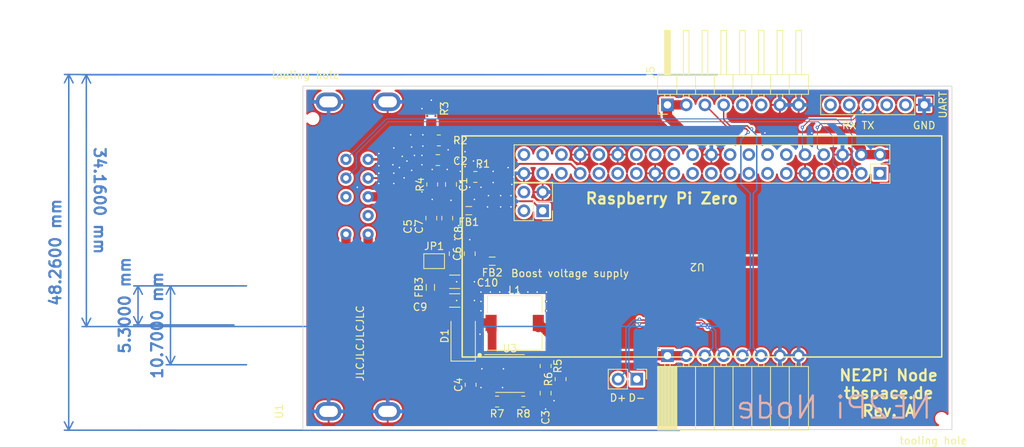
<source format=kicad_pcb>
(kicad_pcb (version 20211014) (generator pcbnew)
  (layers (0 "F.Cu" signal) (31 "B.Cu" signal) (34 "B.Paste" user) (35 "F.Paste" user) (36 "B.SilkS" user "B.Silkscreen") (37 "F.SilkS" user "F.Silkscreen") (38 "B.Mask" user) (39 "F.Mask" user) (44 "Edge.Cuts" user))
  (net 0 "")
  (net 29 "/RPI_COMPOSITE_OUT")
  (net 30 "GND")
  (net 31 "/RPI_D+")
  (net 32 "/RPI_D-")
  (net 33 "Net-(C1-Pad1)")
  (net 34 "/AUDIO_IN")
  (net 35 "/RPI_PWM1")
  (net 36 "Net-(C5-Pad1)")
  (net 37 "/RPI_SCL")
  (net 38 "+5V")
  (net 39 "/RPI_SDA")
  (net 40 "/FTDI_RXD")
  (net 41 "+28V")
  (net 42 "Net-(C4-Pad2)")
  (net 43 "/RPI_PASSTHRU_D+")
  (net 44 "Net-(C6-Pad1)")
  (net 45 "Net-(C10-Pad1)")
  (net 46 "Net-(D1-Pad2)")
  (net 47 "/FTDI_TXD")
  (net 48 "/RPI_PASSTHRU_D-")
  (net 49 "Net-(L1-Pad2)")
  (net 50 "Net-(R5-Pad1)")
  (net 54 "/SW_FEEDBACK")
  (net 57 "Net-(JP1-Pad2)")
  (net 58 "Net-(R2-Pad2)")
  (footprint "Capacitor_SMD:C_1206_3216Metric" (layer "F.Cu") (at 120.523 39.243)
    (fp_text reference "C10" (at 4.445 0.127) (layer "F.SilkS"))
    (fp_text value "1µF 50V")
    (pad "1" smd roundrect (at -1.475 0) (size 1.15 1.8) (layers "F.Cu" "F.Paste" "F.Mask") (roundrect_rratio 0.2173913043) (net 45 "Net-(C10-Pad1)"))
    (pad "2" smd roundrect (at 1.475 0) (size 1.15 1.8) (layers "F.Cu" "F.Paste" "F.Mask") (roundrect_rratio 0.2173913043) (net 30 "GND"))
  )
  (footprint "Resistor_SMD:R_0805_2012Metric" (layer "F.Cu") (at 134.874 52.451 90)
    (fp_text reference "R6" (at 0 -1.65 90) (layer "F.SilkS"))
    (fp_text value "2R")
    (pad "1" smd roundrect (at -0.9125 0 90) (size 1.025 1.4) (layers "F.Cu" "F.Paste" "F.Mask") (roundrect_rratio 0.243902439) (net 38 "+5V"))
    (pad "2" smd roundrect (at 0.9125 0 90) (size 1.025 1.4) (layers "F.Cu" "F.Paste" "F.Mask") (roundrect_rratio 0.243902439) (net 49 "Net-(L1-Pad2)"))
  )
  (footprint "Resistor_SMD:R_0805_2012Metric_Pad1.20x1.40mm_HandSolder" (layer "F.Cu") (at 117.348 16.764 -90)
    (fp_text reference "R3" (at -1.016 -1.778 90) (layer "F.SilkS"))
    (fp_text value "75R")
    (pad "1" smd roundrect (at -1 0 270) (size 1.2 1.4) (layers "F.Cu" "F.Paste" "F.Mask") (roundrect_rratio 0.2083333333) (net 30 "GND"))
    (pad "2" smd roundrect (at 1 0 270) (size 1.2 1.4) (layers "F.Cu" "F.Paste" "F.Mask") (roundrect_rratio 0.2083333333) (net 58 "Net-(R2-Pad2)"))
  )
  (footprint "Capacitor_SMD:C_0805_2012Metric_Pad1.18x1.45mm_HandSolder" (layer "F.Cu") (at 122.555 35.433 90)
    (fp_text reference "C6" (at 0 -1.68 90) (layer "F.SilkS"))
    (fp_text value "10µF 25V")
    (pad "1" smd roundrect (at -1.0375 0 90) (size 1.175 1.45) (layers "F.Cu" "F.Paste" "F.Mask") (roundrect_rratio 0.2127659574) (net 44 "Net-(C6-Pad1)"))
    (pad "2" smd roundrect (at 1.0375 0 90) (size 1.175 1.45) (layers "F.Cu" "F.Paste" "F.Mask") (roundrect_rratio 0.2127659574) (net 30 "GND"))
  )
  (footprint "ToolingHole:ToolingHole_JLCSMT" (layer "F.Cu") (at 101.3 17.1)
    (fp_text reference "H2" hide)
    (fp_text value "MountingHole")
    (fp_text user "tooling hole" (at -1 -5.9) (layer "F.SilkS"))
    (pad "" np_thru_hole circle locked (at 0 0) (size 1.152 1.152) (drill 1.152) (layers *.Cu *.Mask))
  )
  (footprint "Resistor_SMD:R_0805_2012Metric" (layer "F.Cu") (at 129.8175 55.499 180)
    (fp_text reference "R8" (at 0 -1.65) (layer "F.SilkS"))
    (fp_text value "2.7k")
    (pad "1" smd roundrect (at -0.9125 0 180) (size 1.025 1.4) (layers "F.Cu" "F.Paste" "F.Mask") (roundrect_rratio 0.243902439) (net 30 "GND"))
    (pad "2" smd roundrect (at 0.9125 0 180) (size 1.025 1.4) (layers "F.Cu" "F.Paste" "F.Mask") (roundrect_rratio 0.243902439) (net 54 "/SW_FEEDBACK"))
  )
  (footprint "Jumper:SolderJumper-2_P1.3mm_Bridged_Pad1.0x1.5mm" (layer "F.Cu") (at 117.729 36.449 180)
    (fp_text reference "JP1" (at 0 2.032) (layer "F.SilkS"))
    (fp_text value "Boost voltage supply" (at -18.415 -1.651) (layer "F.SilkS"))
    (fp_poly (pts (xy -0.25 -0.3) (xy 0.25 -0.3) (xy 0.25 0.3) (xy -0.25 0.3)) (layer "F.Cu") (width 0) (fill solid))
    (pad "1" smd rect (at -0.65 0 180) (size 1 1.5) (layers "F.Cu" "F.Mask") (net 44 "Net-(C6-Pad1)"))
    (pad "2" smd rect (at 0.65 0 180) (size 1 1.5) (layers "F.Cu" "F.Mask") (net 57 "Net-(JP1-Pad2)"))
  )
  (footprint "Inductor_SMD:L_7.3x7.3_H3.5" (layer "F.Cu") (at 128.651 44.831)
    (fp_text reference "L1" (at 0 -4.45) (layer "F.SilkS"))
    (fp_text value "470uH 240mA")
    (pad "1" smd rect (at -3.2 0) (size 1.5 2.2) (layers "F.Cu" "F.Paste" "F.Mask") (net 46 "Net-(D1-Pad2)"))
    (pad "2" smd rect (at 3.2 0) (size 1.5 2.2) (layers "F.Cu" "F.Paste" "F.Mask") (net 49 "Net-(L1-Pad2)"))
  )
  (footprint "Inductor_SMD:L_0805_2012Metric_Pad1.05x1.20mm_HandSolder" (layer "F.Cu") (at 122.428 29.591 180)
    (fp_text reference "FB1" (at 0 -1.55) (layer "F.SilkS"))
    (fp_text value "500mA 300mΩ")
    (pad "1" smd roundrect (at -1.15 0 180) (size 1.05 1.2) (layers "F.Cu" "F.Paste" "F.Mask") (roundrect_rratio 0.2380952381) (net 38 "+5V"))
    (pad "2" smd roundrect (at 1.15 0 180) (size 1.05 1.2) (layers "F.Cu" "F.Paste" "F.Mask") (roundrect_rratio 0.2380952381) (net 36 "Net-(C5-Pad1)"))
  )
  (footprint "Connector_PinHeader_2.54mm:PinHeader_1x02_P2.54mm_Vertical" (layer "F.Cu") (at 145.201 52.451 -90)
    (fp_text reference "TP1" hide)
    (fp_text value "USB OTG Pins")
    (pad "1" thru_hole rect (at 0 0 270) (size 1.7 1.7) (drill 1) (layers *.Cu *.Mask) (net 32 "/RPI_D-"))
    (pad "2" thru_hole oval (at 0 2.54 270) (size 1.7 1.7) (drill 1) (layers *.Cu *.Mask) (net 31 "/RPI_D+"))
  )
  (footprint "Resistor_SMD:R_0805_2012Metric" (layer "F.Cu") (at 122.682 53.213 90)
    (fp_text reference "C4" (at 0 -1.65 90) (layer "F.SilkS"))
    (fp_text value "680pF 50V")
    (pad "1" smd roundrect (at -0.9125 0 90) (size 1.025 1.4) (layers "F.Cu" "F.Paste" "F.Mask") (roundrect_rratio 0.243902439) (net 30 "GND"))
    (pad "2" smd roundrect (at 0.9125 0 90) (size 1.025 1.4) (layers "F.Cu" "F.Paste" "F.Mask") (roundrect_rratio 0.243902439) (net 42 "Net-(C4-Pad2)"))
  )
  (footprint "Connector_PinHeader_2.54mm:PinHeader_1x06_P2.54mm_Vertical" (layer "F.Cu") (at 184.15 15.24 -90)
    (fp_text reference "J3" hide)
    (fp_text value "FTDI_UART")
    (pad "1" thru_hole rect (at 0 0 270) (size 1.7 1.7) (drill 1) (layers *.Cu *.Mask) (net 30 "GND"))
    (pad "2" thru_hole oval (at 0 2.54 270) (size 1.7 1.7) (drill 1) (layers *.Cu *.Mask))
    (pad "3" thru_hole oval (at 0 5.08 270) (size 1.7 1.7) (drill 1) (layers *.Cu *.Mask))
    (pad "4" thru_hole oval (at 0 7.62 270) (size 1.7 1.7) (drill 1) (layers *.Cu *.Mask) (net 47 "/FTDI_TXD"))
    (pad "5" thru_hole oval (at 0 10.16 270) (size 1.7 1.7) (drill 1) (layers *.Cu *.Mask) (net 40 "/FTDI_RXD"))
    (pad "6" thru_hole oval (at 0 12.7 270) (size 1.7 1.7) (drill 1) (layers *.Cu *.Mask))
  )
  (footprint "Diode_SMD:D_SMA" (layer "F.Cu") (at 121.666 46.609 90)
    (fp_text reference "D1" (at 0 -2.5 90) (layer "F.SilkS"))
    (fp_text value "SS210")
    (pad "1" smd rect (at -2 0 90) (size 2.5 1.8) (layers "F.Cu" "F.Paste" "F.Mask") (net 45 "Net-(C10-Pad1)"))
    (pad "2" smd rect (at 2 0 90) (size 2.5 1.8) (layers "F.Cu" "F.Paste" "F.Mask") (net 46 "Net-(D1-Pad2)"))
  )
  (footprint "Capacitor_SMD:C_0805_2012Metric_Pad1.18x1.45mm_HandSolder" (layer "F.Cu") (at 120.523 35.433 90)
    (fp_text reference "C8" (at 2.794 0.508 90) (layer "F.SilkS"))
    (fp_text value "100nF 50V")
    (pad "1" smd roundrect (at -1.0375 0 90) (size 1.175 1.45) (layers "F.Cu" "F.Paste" "F.Mask") (roundrect_rratio 0.2127659574) (net 44 "Net-(C6-Pad1)"))
    (pad "2" smd roundrect (at 1.0375 0 90) (size 1.175 1.45) (layers "F.Cu" "F.Paste" "F.Mask") (roundrect_rratio 0.2127659574) (net 30 "GND"))
  )
  (footprint "Capacitor_SMD:C_0805_2012Metric_Pad1.18x1.45mm_HandSolder" (layer "F.Cu") (at 132.842 54.356 90)
    (fp_text reference "C3" (at -3.302 0 90) (layer "F.SilkS"))
    (fp_text value "10µF 25V")
    (pad "1" smd roundrect (at -1.0375 0 90) (size 1.175 1.45) (layers "F.Cu" "F.Paste" "F.Mask") (roundrect_rratio 0.2127659574) (net 30 "GND"))
    (pad "2" smd roundrect (at 1.0375 0 90) (size 1.175 1.45) (layers "F.Cu" "F.Paste" "F.Mask") (roundrect_rratio 0.2127659574) (net 38 "+5V"))
  )
  (footprint "ToolingHole:ToolingHole_JLCSMT" (layer "F.Cu") (at 186.5 57.8)
    (fp_text reference "H1" hide)
    (fp_text value "MountingHole")
    (fp_text user "tooling hole" (at -1.1 3) (layer "F.SilkS"))
    (pad "" np_thru_hole circle locked (at 0 0) (size 1.152 1.152) (drill 1.152) (layers *.Cu *.Mask))
  )
  (footprint "Capacitor_SMD:C_0805_2012Metric_Pad1.18x1.45mm_HandSolder" (layer "F.Cu") (at 120.015 26.035 -90)
    (fp_text reference "C1" (at 0 -1.68 90) (layer "F.SilkS"))
    (fp_text value "33nF")
    (pad "1" smd roundrect (at -1.0375 0 270) (size 1.175 1.45) (layers "F.Cu" "F.Paste" "F.Mask") (roundrect_rratio 0.2127659574) (net 33 "Net-(C1-Pad1)"))
    (pad "2" smd roundrect (at 1.0375 0 270) (size 1.175 1.45) (layers "F.Cu" "F.Paste" "F.Mask") (roundrect_rratio 0.2127659574) (net 30 "GND"))
  )
  (footprint "Inductor_SMD:L_0805_2012Metric_Pad1.05x1.20mm_HandSolder" (layer "F.Cu") (at 125.603 36.449 180)
    (fp_text reference "FB2" (at 0 -1.55) (layer "F.SilkS"))
    (fp_text value "500mA 300mΩ")
    (pad "1" smd roundrect (at -1.15 0 180) (size 1.05 1.2) (layers "F.Cu" "F.Paste" "F.Mask") (roundrect_rratio 0.2380952381) (net 38 "+5V"))
    (pad "2" smd roundrect (at 1.15 0 180) (size 1.05 1.2) (layers "F.Cu" "F.Paste" "F.Mask") (roundrect_rratio 0.2380952381) (net 44 "Net-(C6-Pad1)"))
  )
  (footprint "Resistor_SMD:R_0805_2012Metric_Pad1.20x1.40mm_HandSolder" (layer "F.Cu") (at 117.475 26.035 90)
    (fp_text reference "R4" (at 0 -1.65 90) (layer "F.SilkS"))
    (fp_text value "150R")
    (pad "1" smd roundrect (at -1 0 90) (size 1.2 1.4) (layers "F.Cu" "F.Paste" "F.Mask") (roundrect_rratio 0.2083333333) (net 30 "GND"))
    (pad "2" smd roundrect (at 1 0 90) (size 1.2 1.4) (layers "F.Cu" "F.Paste" "F.Mask") (roundrect_rratio 0.2083333333) (net 33 "Net-(C1-Pad1)"))
  )
  (footprint "RaspberryPiZero_Dummy:RaspberryPiZero_Dummy" (layer "F.Cu") (at 153.396 34.691 180)
    (fp_text reference "U2" (at 0 -2.54 180 unlocked) (layer "F.SilkS"))
    (fp_text value "RaspberryPi_Zero_Dummy")
  )
  (footprint "Connector_PinSocket_2.54mm:PinSocket_2x20_P2.54mm_Vertical" (layer "F.Cu") (at 178.161 24.531 -90)
    (fp_text reference "J1" hide)
    (fp_text value "Raspberry_Pi_Header")
    (pad "1" thru_hole rect (at 0 0 270) (size 1.7 1.7) (drill 1) (layers *.Cu *.Mask))
    (pad "2" thru_hole oval (at -2.54 0 270) (size 1.7 1.7) (drill 1) (layers *.Cu *.Mask) (net 38 "+5V"))
    (pad "3" thru_hole oval (at 0 2.54 270) (size 1.7 1.7) (drill 1) (layers *.Cu *.Mask) (net 39 "/RPI_SDA"))
    (pad "4" thru_hole oval (at -2.54 2.54 270) (size 1.7 1.7) (drill 1) (layers *.Cu *.Mask) (net 38 "+5V"))
    (pad "5" thru_hole oval (at 0 5.08 270) (size 1.7 1.7) (drill 1) (layers *.Cu *.Mask) (net 37 "/RPI_SCL"))
    (pad "6" thru_hole oval (at -2.54 5.08 270) (size 1.7 1.7) (drill 1) (layers *.Cu *.Mask) (net 30 "GND"))
    (pad "7" thru_hole oval (at 0 7.62 270) (size 1.7 1.7) (drill 1) (layers *.Cu *.Mask))
    (pad "8" thru_hole oval (at -2.54 7.62 270) (size 1.7 1.7) (drill 1) (layers *.Cu *.Mask) (net 40 "/FTDI_RXD"))
    (pad "9" thru_hole oval (at 0 10.16 270) (size 1.7 1.7) (drill 1) (layers *.Cu *.Mask) (net 30 "GND"))
    (pad "10" thru_hole oval (at -2.54 10.16 270) (size 1.7 1.7) (drill 1) (layers *.Cu *.Mask) (net 47 "/FTDI_TXD"))
    (pad "11" thru_hole oval (at 0 12.7 270) (size 1.7 1.7) (drill 1) (layers *.Cu *.Mask))
    (pad "12" thru_hole oval (at -2.54 12.7 270) (size 1.7 1.7) (drill 1) (layers *.Cu *.Mask))
    (pad "13" thru_hole oval (at 0 15.24 270) (size 1.7 1.7) (drill 1) (layers *.Cu *.Mask))
    (pad "14" thru_hole oval (at -2.54 15.24 270) (size 1.7 1.7) (drill 1) (layers *.Cu *.Mask))
    (pad "15" thru_hole oval (at 0 17.78 270) (size 1.7 1.7) (drill 1) (layers *.Cu *.Mask))
    (pad "16" thru_hole oval (at -2.54 17.78 270) (size 1.7 1.7) (drill 1) (layers *.Cu *.Mask))
    (pad "17" thru_hole oval (at 0 20.32 270) (size 1.7 1.7) (drill 1) (layers *.Cu *.Mask))
    (pad "18" thru_hole oval (at -2.54 20.32 270) (size 1.7 1.7) (drill 1) (layers *.Cu *.Mask))
    (pad "19" thru_hole oval (at 0 22.86 270) (size 1.7 1.7) (drill 1) (layers *.Cu *.Mask))
    (pad "20" thru_hole oval (at -2.54 22.86 270) (size 1.7 1.7) (drill 1) (layers *.Cu *.Mask) (net 30 "GND"))
    (pad "21" thru_hole oval (at 0 25.4 270) (size 1.7 1.7) (drill 1) (layers *.Cu *.Mask))
    (pad "22" thru_hole oval (at -2.54 25.4 270) (size 1.7 1.7) (drill 1) (layers *.Cu *.Mask))
    (pad "23" thru_hole oval (at 0 27.94 270) (size 1.7 1.7) (drill 1) (layers *.Cu *.Mask))
    (pad "24" thru_hole oval (at -2.54 27.94 270) (size 1.7 1.7) (drill 1) (layers *.Cu *.Mask))
    (pad "25" thru_hole oval (at 0 30.48 270) (size 1.7 1.7) (drill 1) (layers *.Cu *.Mask) (net 30 "GND"))
    (pad "26" thru_hole oval (at -2.54 30.48 270) (size 1.7 1.7) (drill 1) (layers *.Cu *.Mask))
    (pad "27" thru_hole oval (at 0 33.02 270) (size 1.7 1.7) (drill 1) (layers *.Cu *.Mask))
    (pad "28" thru_hole oval (at -2.54 33.02 270) (size 1.7 1.7) (drill 1) (layers *.Cu *.Mask))
    (pad "29" thru_hole oval (at 0 35.56 270) (size 1.7 1.7) (drill 1) (layers *.Cu *.Mask))
    (pad "30" thru_hole oval (at -2.54 35.56 270) (size 1.7 1.7) (drill 1) (layers *.Cu *.Mask) (net 30 "GND"))
    (pad "31" thru_hole oval (at 0 38.1 270) (size 1.7 1.7) (drill 1) (layers *.Cu *.Mask))
    (pad "32" thru_hole oval (at -2.54 38.1 270) (size 1.7 1.7) (drill 1) (layers *.Cu *.Mask))
    (pad "33" thru_hole oval (at 0 40.64 270) (size 1.7 1.7) (drill 1) (layers *.Cu *.Mask) (net 35 "/RPI_PWM1"))
    (pad "34" thru_hole oval (at -2.54 40.64 270) (size 1.7 1.7) (drill 1) (layers *.Cu *.Mask) (net 30 "GND"))
    (pad "35" thru_hole oval (at 0 43.18 270) (size 1.7 1.7) (drill 1) (layers *.Cu *.Mask))
    (pad "36" thru_hole oval (at -2.54 43.18 270) (size 1.7 1.7) (drill 1) (layers *.Cu *.Mask))
    (pad "37" thru_hole oval (at 0 45.72 270) (size 1.7 1.7) (drill 1) (layers *.Cu *.Mask))
    (pad "38" thru_hole oval (at -2.54 45.72 270) (size 1.7 1.7) (drill 1) (layers *.Cu *.Mask))
    (pad "39" thru_hole oval (at 0 48.26 270) (size 1.7 1.7) (drill 1) (layers *.Cu *.Mask) (net 30 "GND"))
    (pad "40" thru_hole oval (at -2.54 48.26 270) (size 1.7 1.7) (drill 1) (layers *.Cu *.Mask))
  )
  (footprint "Capacitor_SMD:C_0805_2012Metric_Pad1.18x1.45mm_HandSolder" (layer "F.Cu") (at 119.507 30.607 -90)
    (fp_text reference "C7" (at 1.143 3.81 90) (layer "F.SilkS"))
    (fp_text value "100nF 50V")
    (pad "1" smd roundrect (at -1.0375 0 270) (size 1.175 1.45) (layers "F.Cu" "F.Paste" "F.Mask") (roundrect_rratio 0.2127659574) (net 36 "Net-(C5-Pad1)"))
    (pad "2" smd roundrect (at 1.0375 0 270) (size 1.175 1.45) (layers "F.Cu" "F.Paste" "F.Mask") (roundrect_rratio 0.2127659574) (net 30 "GND"))
  )
  (footprint "Resistor_SMD:R_0805_2012Metric" (layer "F.Cu") (at 132.842 50.673 -90)
    (fp_text reference "R5" (at 0 -1.65 90) (layer "F.SilkS"))
    (fp_text value "180R")
    (pad "1" smd roundrect (at -0.9125 0 270) (size 1.025 1.4) (layers "F.Cu" "F.Paste" "F.Mask") (roundrect_rratio 0.243902439) (net 50 "Net-(R5-Pad1)"))
    (pad "2" smd roundrect (at 0.9125 0 270) (size 1.025 1.4) (layers "F.Cu" "F.Paste" "F.Mask") (roundrect_rratio 0.243902439) (net 49 "Net-(L1-Pad2)"))
  )
  (footprint "ALPS_MDLP3W104A:ALPS_MDLP3W104A" (layer "F.Cu") (at 107.53 36.83 90)
    (fp_text reference "U1" (at -20 -10.8 90 unlocked) (layer "F.SilkS"))
    (fp_text value "MDLP3W104A")
    (pad "1" thru_hole circle (at 14.2 1.25 90) (size 1.524 1.524) (drill 0.762) (layers *.Cu *.Mask) (net 58 "Net-(R2-Pad2)"))
    (pad "2" thru_hole circle (at 11.66 1.25 90) (size 1.524 1.524) (drill 0.762) (layers *.Cu *.Mask) (net 34 "/AUDIO_IN"))
    (pad "3" thru_hole circle (at 9.12 1.25 90) (size 1.524 1.524) (drill 0.762) (layers *.Cu *.Mask) (net 36 "Net-(C5-Pad1)"))
    (pad "4" thru_hole circle (at 6.58 1.25 90) (size 1.524 1.524) (drill 0.762) (layers *.Cu *.Mask))
    (pad "5" thru_hole circle (at 4.04 1.25 90) (size 1.524 1.524) (drill 0.762) (layers *.Cu *.Mask) (net 57 "Net-(JP1-Pad2)"))
    (pad "6" thru_hole circle (at 14.2 -1.75 90) (size 1.524 1.524) (drill 0.762) (layers *.Cu *.Mask) (net 39 "/RPI_SDA"))
    (pad "7" thru_hole circle (at 11.66 -1.75 90) (size 1.524 1.524) (drill 0.762) (layers *.Cu *.Mask) (net 37 "/RPI_SCL"))
    (pad "8" thru_hole circle (at 9.12 -1.75 90) (size 1.524 1.524) (drill 0.762) (layers *.Cu *.Mask))
    (pad "9" thru_hole circle (at 4.04 -1.75 90) (size 1.524 1.524) (drill 0.762) (layers *.Cu *.Mask) (net 41 "+28V"))
    (pad "10" thru_hole oval (at 22 3.9) (size 3.5 2.5) (drill oval 2.5 1.5) (layers *.Cu *.Mask) (net 30 "GND"))
    (pad "10" thru_hole oval (at -20 -4.1) (size 3.5 2.5) (drill oval 2.5 1.5) (layers *.Cu *.Mask) (net 30 "GND"))
    (pad "10" thru_hole oval (at 22 -4.1) (size 3.5 2.5) (drill oval 2.5 1.5) (layers *.Cu *.Mask) (net 30 "GND"))
    (pad "10" thru_hole oval (at -20 3.9) (size 3.5 2.5) (drill oval 2.5 1.5) (layers *.Cu *.Mask) (net 30 "GND"))
  )
  (footprint "Capacitor_SMD:C_0805_2012Metric_Pad1.18x1.45mm_HandSolder" (layer "F.Cu") (at 118.237 22.733 180)
    (fp_text reference "C2" (at -3.048 -0.127) (layer "F.SilkS"))
    (fp_text value "10µF")
    (pad "1" smd roundrect (at -1.0375 0 180) (size 1.175 1.45) (layers "F.Cu" "F.Paste" "F.Mask") (roundrect_rratio 0.2127659574) (net 33 "Net-(C1-Pad1)"))
    (pad "2" smd roundrect (at 1.0375 0 180) (size 1.175 1.45) (layers "F.Cu" "F.Paste" "F.Mask") (roundrect_rratio 0.2127659574) (net 34 "/AUDIO_IN"))
  )
  (footprint "Resistor_SMD:R_0805_2012Metric_Pad1.20x1.40mm_HandSolder" (layer "F.Cu") (at 123.317 25.019 180)
    (fp_text reference "R1" (at -1.016 1.778) (layer "F.SilkS"))
    (fp_text value "270R")
    (pad "1" smd roundrect (at -1 0 180) (size 1.2 1.4) (layers "F.Cu" "F.Paste" "F.Mask") (roundrect_rratio 0.2083333333) (net 35 "/RPI_PWM1"))
    (pad "2" smd roundrect (at 1 0 180) (size 1.2 1.4) (layers "F.Cu" "F.Paste" "F.Mask") (roundrect_rratio 0.2083333333) (net 33 "Net-(C1-Pad1)"))
  )
  (footprint "Connector_PinHeader_2.54mm:PinHeader_1x08_P2.54mm_Horizontal" (layer "F.Cu") (at 149.352 15.24 90)
    (fp_text reference "J5" (at 4.385 -2.27 90) (layer "F.SilkS"))
    (fp_text value "Backplane Passthru")
    (pad "1" thru_hole rect (at 0 0 90) (size 1.7 1.7) (drill 1) (layers *.Cu *.Mask) (net 38 "+5V"))
    (pad "2" thru_hole oval (at 0 2.54 90) (size 1.7 1.7) (drill 1) (layers *.Cu *.Mask) (net 38 "+5V"))
    (pad "3" thru_hole oval (at 0 5.08 90) (size 1.7 1.7) (drill 1) (layers *.Cu *.Mask) (net 43 "/RPI_PASSTHRU_D+"))
    (pad "4" thru_hole oval (at 0 7.62 90) (size 1.7 1.7) (drill 1) (layers *.Cu *.Mask) (net 48 "/RPI_PASSTHRU_D-"))
    (pad "5" thru_hole oval (at 0 10.16 90) (size 1.7 1.7) (drill 1) (layers *.Cu *.Mask))
    (pad "6" thru_hole oval (at 0 12.7 90) (size 1.7 1.7) (drill 1) (layers *.Cu *.Mask))
    (pad "7" thru_hole oval (at 0 15.24 90) (size 1.7 1.7) (drill 1) (layers *.Cu *.Mask) (net 30 "GND"))
    (pad "8" thru_hole oval (at 0 17.78 90) (size 1.7 1.7) (drill 1) (layers *.Cu *.Mask) (net 30 "GND"))
  )
  (footprint "Capacitor_SMD:C_0805_2012Metric_Pad1.18x1.45mm_HandSolder" (layer "F.Cu") (at 117.348 30.607 -90)
    (fp_text reference "C5" (at 1.143 3.175 90) (layer "F.SilkS"))
    (fp_text value "10µF 25V")
    (pad "1" smd roundrect (at -1.0375 0 270) (size 1.175 1.45) (layers "F.Cu" "F.Paste" "F.Mask") (roundrect_rratio 0.2127659574) (net 36 "Net-(C5-Pad1)"))
    (pad "2" smd roundrect (at 1.0375 0 270) (size 1.175 1.45) (layers "F.Cu" "F.Paste" "F.Mask") (roundrect_rratio 0.2127659574) (net 30 "GND"))
  )
  (footprint "Connector_PinSocket_2.54mm:PinSocket_1x08_P2.54mm_Horizontal" (layer "F.Cu") (at 149.352 49.276 90)
    (fp_text reference "J4" hide)
    (fp_text value "Backplane Bottom")
    (pad "1" thru_hole rect (at 0 0 90) (size 1.7 1.7) (drill 1) (layers *.Cu *.Mask) (net 38 "+5V"))
    (pad "2" thru_hole oval (at 0 2.54 90) (size 1.7 1.7) (drill 1) (layers *.Cu *.Mask) (net 38 "+5V"))
    (pad "3" thru_hole oval (at 0 5.08 90) (size 1.7 1.7) (drill 1) (layers *.Cu *.Mask) (net 31 "/RPI_D+"))
    (pad "4" thru_hole oval (at 0 7.62 90) (size 1.7 1.7) (drill 1) (layers *.Cu *.Mask) (net 32 "/RPI_D-"))
    (pad "5" thru_hole oval (at 0 10.16 90) (size 1.7 1.7) (drill 1) (layers *.Cu *.Mask) (net 43 "/RPI_PASSTHRU_D+"))
    (pad "6" thru_hole oval (at 0 12.7 90) (size 1.7 1.7) (drill 1) (layers *.Cu *.Mask) (net 48 "/RPI_PASSTHRU_D-"))
    (pad "7" thru_hole oval (at 0 15.24 90) (size 1.7 1.7) (drill 1) (layers *.Cu *.Mask) (net 30 "GND"))
    (pad "8" thru_hole oval (at 0 17.78 90) (size 1.7 1.7) (drill 1) (layers *.Cu *.Mask) (net 30 "GND"))
  )
  (footprint "Connector_PinSocket_2.54mm:PinSocket_2x02_P2.54mm_Vertical" (layer "F.Cu") (at 132.441 29.611 -90)
    (fp_text reference "J2" hide)
    (fp_text value "Raspberry_Pi_TV_Header")
    (pad "1" thru_hole rect (at 0 0 270) (size 1.7 1.7) (drill 1) (layers *.Cu *.Mask) (net 29 "/RPI_COMPOSITE_OUT"))
    (pad "2" thru_hole oval (at -2.54 0 270) (size 1.7 1.7) (drill 1) (layers *.Cu *.Mask) (net 30 "GND"))
    (pad "3" thru_hole oval (at 0 2.54 270) (size 1.7 1.7) (drill 1) (layers *.Cu *.Mask))
    (pad "4" thru_hole oval (at -2.54 2.54 270) (size 1.7 1.7) (drill 1) (layers *.Cu *.Mask))
  )
  (footprint "Inductor_SMD:L_0805_2012Metric_Pad1.05x1.20mm_HandSolder" (layer "F.Cu") (at 117.221 40.005 90)
    (fp_text reference "FB3" (at 0 -1.55 90) (layer "F.SilkS"))
    (fp_text value "500mA 300mΩ")
    (pad "1" smd roundrect (at -1.15 0 90) (size 1.05 1.2) (layers "F.Cu" "F.Paste" "F.Mask") (roundrect_rratio 0.2380952381) (net 45 "Net-(C10-Pad1)"))
    (pad "2" smd roundrect (at 1.15 0 90) (size 1.05 1.2) (layers "F.Cu" "F.Paste" "F.Mask") (roundrect_rratio 0.2380952381) (net 41 "+28V"))
  )
  (footprint "Package_SO:SOIC-8_3.9x4.9mm_P1.27mm" (layer "F.Cu") (at 128.016 51.689)
    (fp_text reference "U3" (at 0 -3.4) (layer "F.SilkS"))
    (fp_text value "MC34063AD")
    (pad "1" smd roundrect (at -2.475 -1.905) (size 1.95 0.6) (layers "F.Cu" "F.Paste" "F.Mask") (net 46 "Net-(D1-Pad2)"))
    (pad "2" smd roundrect (at -2.475 -0.635) (size 1.95 0.6) (layers "F.Cu" "F.Paste" "F.Mask") (net 30 "GND"))
    (pad "3" smd roundrect (at -2.475 0.635) (size 1.95 0.6) (layers "F.Cu" "F.Paste" "F.Mask") (net 42 "Net-(C4-Pad2)"))
    (pad "4" smd roundrect (at -2.475 1.905) (size 1.95 0.6) (layers "F.Cu" "F.Paste" "F.Mask") (net 30 "GND"))
    (pad "5" smd roundrect (at 2.475 1.905) (size 1.95 0.6) (layers "F.Cu" "F.Paste" "F.Mask") (net 54 "/SW_FEEDBACK"))
    (pad "6" smd roundrect (at 2.475 0.635) (size 1.95 0.6) (layers "F.Cu" "F.Paste" "F.Mask") (net 38 "+5V"))
    (pad "7" smd roundrect (at 2.475 -0.635) (size 1.95 0.6) (layers "F.Cu" "F.Paste" "F.Mask") (net 49 "Net-(L1-Pad2)"))
    (pad "8" smd roundrect (at 2.475 -1.905) (size 1.95 0.6) (layers "F.Cu" "F.Paste" "F.Mask") (net 50 "Net-(R5-Pad1)"))
  )
  (footprint "Resistor_SMD:R_0805_2012Metric_Pad1.20x1.40mm_HandSolder" (layer "F.Cu") (at 118.364 20.066 180)
    (fp_text reference "R2" (at -2.921 0) (layer "F.SilkS"))
    (fp_text value "75R")
    (pad "1" smd roundrect (at -1 0 180) (size 1.2 1.4) (layers "F.Cu" "F.Paste" "F.Mask") (roundrect_rratio 0.2083333333) (net 29 "/RPI_COMPOSITE_OUT"))
    (pad "2" smd roundrect (at 1 0 180) (size 1.2 1.4) (layers "F.Cu" "F.Paste" "F.Mask") (roundrect_rratio 0.2083333333) (net 58 "Net-(R2-Pad2)"))
  )
  (footprint "Capacitor_SMD:C_1206_3216Metric" (layer "F.Cu") (at 120.523 41.783)
    (fp_text reference "C9" (at -4.699 0.889) (layer "F.SilkS"))
    (fp_text value "1µF 50V")
    (pad "1" smd roundrect (at -1.475 0) (size 1.15 1.8) (layers "F.Cu" "F.Paste" "F.Mask") (roundrect_rratio 0.2173913043) (net 45 "Net-(C10-Pad1)"))
    (pad "2" smd roundrect (at 1.475 0) (size 1.15 1.8) (layers "F.Cu" "F.Paste" "F.Mask") (roundrect_rratio 0.2173913043) (net 30 "GND"))
  )
  (footprint "Resistor_SMD:R_0805_2012Metric" (layer "F.Cu") (at 126.2615 55.499 180)
    (fp_text reference "R7" (at 0 -1.65) (layer "F.SilkS"))
    (fp_text value "62k")
    (pad "1" smd roundrect (at -0.9125 0 180) (size 1.025 1.4) (layers "F.Cu" "F.Paste" "F.Mask") (roundrect_rratio 0.243902439) (net 54 "/SW_FEEDBACK"))
    (pad "2" smd roundrect (at 0.9125 0 180) (size 1.025 1.4) (layers "F.Cu" "F.Paste" "F.Mask") (roundrect_rratio 0.243902439) (net 45 "Net-(C10-Pad1)"))
  )
  (gr_rect (start 186.531 49.451) (end 121.531 19.451) (layer "F.SilkS") (width 0.2) (fill none))
  (gr_circle locked (center 123.9 49.2) (end 124.05 49.2) (layer "F.SilkS") (width 0.3) (fill solid))
  (gr_rect (start 99.9392 12.7) (end 187.9092 59.29) (layer "Edge.Cuts") (width 0.1) (fill none))
  (gr_text "NE2Pi Node" (at 185.4 56.3) (layer "B.SilkS") (effects (font (size 3 3) (thickness 0.3)) (justify left mirror)))
  (gr_text "D+" (at 142.661 54.991) (layer "F.SilkS") (effects (font (size 1 1))))
  (gr_text "Raspberry Pi Zero" (at 148.59 27.94) (layer "F.SilkS") (effects (font (size 1.5 1.5) (thickness 0.3))))
  (gr_text "JLCJLCJLCJLC" (at 107.7 47.6 90) (layer "F.SilkS") (effects (font (size 1 1))))
  (gr_text "D-" (at 145.201 54.991) (layer "F.SilkS") (effects (font (size 1 1))))
  (gr_text "RX" (at 173.99 18.034) (layer "F.SilkS") (effects (font (size 1 1))))
  (gr_text "UART" (at 186.69 15.24 90) (layer "F.SilkS") (effects (font (size 1 1))))
  (gr_text "TX" (at 176.53 18.034) (layer "F.SilkS") (effects (font (size 1 1))))
  (gr_text "GND" (at 184.15 18.034) (layer "F.SilkS") (effects (font (size 1 1))))
  (gr_text "NE2Pi Node\ntbspace.de\nRev. A" (at 179.324 54.356) (layer "F.SilkS") (effects (font (size 1.5 1.5) (thickness 0.3))))
  (dimension (type aligned) (layer "B.Cu") (pts (xy 156.592 11.14) (xy 156.6 45.3)) (height 86.000723) (gr_text "34.1600 mm" (at 72.395279 28.239719 270.0134182) (layer "B.Cu") (effects (font (size 1.5 1.5) (thickness 0.3)))) (format (units 3) (units_format 1) (precision 4)) (style (thickness 0.2) (arrow_length 1.27) (text_position_mode 0) (extension_height 0.58642) (extension_offset 0.5) keep_text_aligned))
  (dimension (type aligned) (layer "B.Cu") (pts (xy 91.1 39.8) (xy 91.1 45.1)) (height 13.5) (gr_text "5.3000 mm" (at 75.8 42.45 90) (layer "B.Cu") (effects (font (size 1.5 1.5) (thickness 0.3)))) (format (units 3) (units_format 1) (precision 4)) (style (thickness 0.2) (arrow_length 1.27) (text_position_mode 0) (extension_height 0.58642) (extension_offset 0.5) keep_text_aligned))
  (dimension (type aligned) (layer "B.Cu") (pts (xy 151.512 11.14) (xy 151.5 59.4)) (height 83.299897) (gr_text "48.2600 mm" (at 66.406106 35.248839 89.98575323) (layer "B.Cu") (effects (font (size 1.5 1.5) (thickness 0.3)))) (format (units 3) (units_format 1) (precision 4)) (style (thickness 0.2) (arrow_length 1.27) (text_position_mode 0) (extension_height 0.58642) (extension_offset 0.5) keep_text_aligned))
  (dimension (type aligned) (layer "B.Cu") (pts (xy 92.8 39.8) (xy 92.8 50.5)) (height 10.8) (gr_text "10.7000 mm" (at 80.2 45.15 90) (layer "B.Cu") (effects (font (size 1.5 1.5) (thickness 0.3)))) (format (units 3) (units_format 1) (precision 4)) (style (thickness 0.2) (arrow_length 1.27) (text_position_mode 0) (extension_height 0.58642) (extension_offset 0.5) keep_text_aligned))
  (segment (start 124.714 28.321) (end 123.317 26.924) (width 0.254) (layer "F.Cu") (net 29))
  (segment (start 123.317 24.003) (end 119.38 20.066) (width 0.254) (layer "F.Cu") (net 29))
  (segment (start 132.441 29.611) (end 132.354 29.611) (width 0.254) (layer "F.Cu") (net 29))
  (segment (start 123.317 26.924) (end 123.317 24.003) (width 0.254) (layer "F.Cu") (net 29))
  (segment (start 132.354 29.611) (end 131.064 28.321) (width 0.254) (layer "F.Cu") (net 29))
  (segment (start 119.38 20.066) (end 119.364 20.066) (width 0.254) (layer "F.Cu") (net 29))
  (segment (start 132.227 29.611) (end 132.441 29.611) (width 0.254) (layer "F.Cu") (net 29))
  (segment (start 131.064 28.321) (end 124.714 28.321) (width 0.254) (layer "F.Cu") (net 29))
  (segment (start 132.7365 55.499) (end 132.842 55.3935) (width 1.27) (layer "F.Cu") (net 30))
  (segment (start 130.73 55.499) (end 132.7365 55.499) (width 1.27) (layer "F.Cu") (net 30))
  (segment (start 124.079 53.594) (end 125.541 53.594) (width 1.27) (layer "F.Cu") (net 30))
  (segment (start 123.2135 53.594) (end 124.079 53.594) (width 1.27) (layer "F.Cu") (net 30))
  (segment (start 122.682 54.1255) (end 123.2135 53.594) (width 1.27) (layer "F.Cu") (net 30))
  (via (at 125.095 27.559) (size 0.45) (drill 0.2) (layers "F.Cu" "B.Cu") (net 30))
  (via (at 124.079 43.18) (size 0.45) (drill 0.2) (layers "F.Cu" "B.Cu") (net 30))
  (via (at 117.475 24.003) (size 0.45) (drill 0.2) (layers "F.Cu" "B.Cu") (net 30))
  (via (at 110.236 24.511) (size 0.45) (drill 0.2) (layers "F.Cu" "B.Cu") (net 30))
  (via (at 123.063 22.86) (size 0.45) (drill 0.2) (layers "F.Cu" "B.Cu") (net 30))
  (via (at 127.127 51.054) (size 0.45) (drill 0.2) (layers "F.Cu" "B.Cu") (net 30))
  (via (at 128.27 26.035) (size 0.45) (drill 0.2) (layers "F.Cu" "B.Cu") (net 30))
  (via (at 132.969 43.18) (size 0.45) (drill 0.2) (layers "F.Cu" "B.Cu") (net 30))
  (via (at 115.062 31.623) (size 0.45) (drill 0.2) (layers "F.Cu" "B.Cu") (net 30))
  (via (at 120.777 41.783) (size 0.45) (drill 0.2) (layers "F.Cu" "B.Cu") (net 30))
  (via (at 114.046 22.86) (size 0.45) (drill 0.2) (layers "F.Cu" "B.Cu") (net 30))
  (via (at 127.889 40.64) (size 0.45) (drill 0.2) (layers "F.Cu" "B.Cu") (net 30))
  (via (at 125.73 24.257) (size 0.45) (drill 0.2) (layers "F.Cu" "B.Cu") (net 30))
  (via (at 121.031 31.623) (size 0.45) (drill 0.2) (layers "F.Cu" "B.Cu") (net 30))
  (via (at 125.73 25.781) (size 0.45) (drill 0.2) (layers "F.Cu" "B.Cu") (net 30))
  (via (at 114.681 24.13) (size 0.45) (drill 0.2) (layers "F.Cu" "B.Cu") (net 30))
  (via (at 121.285 24.257) (size 0.45) (drill 0.2) (layers "F.Cu" "B.Cu") (net 30))
  (via (at 122.555 33.528) (size 0.45) (drill 0.2) (layers "F.Cu" "B.Cu") (net 30))
  (via (at 124.206 51.054) (size 0.45) (drill 0.2) (layers "F.Cu" "B.Cu") (net 30))
  (via (at 116.205 20.828) (size 0.45) (drill 0.2) (layers "F.Cu" "B.Cu") (net 30))
  (via (at 113.03 23.749) (size 0.45) (drill 0.2) (layers "F.Cu" "B.Cu") (net 30))
  (via (at 168.91 19.05) (size 0.45) (drill 0.2) (layers "F.Cu" "B.Cu") (net 30))
  (via (at 132.969 41.91) (size 0.45) (drill 0.2) (layers "F.Cu" "B.Cu") (net 30))
  (via (at 121.92 21.59) (size 0.45) (drill 0.2) (layers "F.Cu" "B.Cu") (net 30))
  (via (at 120.777 39.243) (size 0.45) (drill 0.2) (layers "F.Cu" "B.Cu") (net 30))
  (via (at 132.969 40.64) (size 0.45) (drill 0.2) (layers "F.Cu" "B.Cu") (net 30))
  (via (at 119.507 24.003) (size 0.45) (drill 0.2) (layers "F.Cu" "B.Cu") (net 30))
  (via (at 118.618 15.748) (size 0.45) (drill 0.2) (layers "F.Cu" "B.Cu") (net 30))
  (via (at 124.079 41.91) (size 0.45) (drill 0.2) (layers "F.Cu" "B.Cu") (net 30))
  (via (at 123.952 46.355) (size 0.45) (drill 0.2) (layers "F.Cu" "B.Cu") (net 30))
  (via (at 128.143 27.559) (size 0.45) (drill 0.2) (layers "F.Cu" "B.Cu") (net 30))
  (via (at 116.205 19.304) (size 0.45) (drill 0.2) (layers "F.Cu" "B.Cu") (net 30))
  (via (at 121.539 27.051) (size 0.45) (drill 0.2) (layers "F.Cu" "B.Cu") (net 30))
  (via (at 123.19 28.067) (size 0.45) (drill 0.2) (layers "F.Cu" "B.Cu") (net 30))
  (via (at 113.665 25.146) (size 0.45) (drill 0.2) (layers "F.Cu" "B.Cu") (net 30))
  (via (at 116.078 22.098) (size 0.45) (drill 0.2) (layers "F.Cu" "B.Cu") (net 30))
  (via (at 126.746 27.559) (size 0.45) (drill 0.2) (layers "F.Cu" "B.Cu") (net 30))
  (via (at 124.079 26.416) (size 0.45) (drill 0.2) (layers "F.Cu" "B.Cu") (net 30))
  (via (at 128.524 25.019) (size 0.45) (drill 0.2) (layers "F.Cu" "B.Cu") (net 30))
  (via (at 121.285 25.781) (size 0.45) (drill 0.2) (layers "F.Cu" "B.Cu") (net 30))
  (via (at 127 53.594) (size 0.45) (drill 0.2) (layers "F.Cu" "B.Cu") (net 30))
  (via (at 128.143 29.083) (size 0.45) (drill 0.2) (layers "F.Cu" "B.Cu") (net 30))
  (via (at 107.315 26.416) (size 0.45) (drill 0.2) (layers "F.Cu" "B.Cu") (net 30))
  (via (at 171.831 25.527) (size 0.45) (drill 0.2) (layers "F.Cu" "B.Cu") (net 30))
  (via (at 120.523 33.528) (size 0.45) (drill 0.2) (layers "F.Cu" "B.Cu") (net 30))
  (via (at 116.078 15.748) (size 0.45) (drill 0.2) (layers "F.Cu" "B.Cu") (net 30))
  (via (at 125.349 40.64) (size 0.45) (drill 0.2) (layers "F.Cu" "B.Cu") (net 30))
  (via (at 116.078 23.368) (size 0.45) (drill 0.2) (layers "F.Cu" "B.Cu") (net 30))
  (via (at 162.56 19.05) (size 0.45) (drill 0.2) (layers "F.Cu" "B.Cu") (net 30))
  (via (at 132.842 56.515) (size 0.45) (drill 0.2) (layers "F.Cu" "B.Cu") (net 30))
  (via (at 117.348 14.605) (size 0.45) (drill 0.2) (layers "F.Cu" "B.Cu") (net 30))
  (via (at 117.475 28.067) (size 0.45) (drill 0.2) (layers "F.Cu" "B.Cu") (net 30))
  (via (at 126.619 40.64) (size 0.45) (drill 0.2) (layers "F.Cu" "B.Cu") (net 30))
  (via (at 127.762 23.749) (size 0.45) (drill 0.2) (layers "F.Cu" "B.Cu") (net 30))
  (via (at 115.062 22.098) (size 0.45) (drill 0.2) (layers "F.Cu" "B.Cu") (net 30))
  (via (at 120.904 22.606) (size 0.45) (drill 0.2) (layers "F.Cu" "B.Cu") (net 30))
  (via (at 113.411 22.225) (size 0.45) (drill 0.2) (layers "F.Cu" "B.Cu") (net 30))
  (via (at 126.746 29.083) (size 0.45) (drill 0.2) (layers "F.Cu" "B.Cu") (net 30))
  (via (at 174.371 25.527) (size 0.45) (drill 0.2) (layers "F.Cu" "B.Cu") (net 30))
  (via (at 130.429 40.64) (size 0.45) (drill 0.2) (layers "F.Cu" "B.Cu") (net 30))
  (via (at 120.523 20.193) (size 0.45) (drill 0.2) (layers "F.Cu" "B.Cu") (net 30))
  (via (at 123.19 39.243) (size 0.45) (drill 0.2) (layers "F.Cu" "B.Cu") (net 30))
  (via (at 110.236 23.495) (size 0.45) (drill 0.2) (layers "F.Cu" "B.Cu") (net 30))
  (via (at 120.015 28.194) (size 0.45) (drill 0.2) (layers "F.Cu" "B.Cu") (net 30))
  (via (at 131.699 40.64) (size 0.45) (drill 0.2) (layers "F.Cu" "B.Cu") (net 30))
  (via (at 110.236 25.908) (size 0.45) (drill 0.2) (layers "F.Cu" "B.Cu") (net 30))
  (via (at 122.555 26.416) (size 0.45) (drill 0.2) (layers "F.Cu" "B.Cu") (net 30))
  (via (at 124.968 29.083) (size 0.45) (drill 0.2) (layers "F.Cu" "B.Cu") (net 30))
  (via (at 123.19 41.783) (size 0.45) (drill 0.2) (layers "F.Cu" "B.Cu") (net 30))
  (via (at 112.141 23.368) (size 0.45) (drill 0.2) (layers "F.Cu" "B.Cu") (net 30))
  (via (at 129.159 40.64) (size 0.45) (drill 0.2) (layers "F.Cu" "B.Cu") (net 30))
  (via (at 110.236 21.844) (size 0.45) (drill 0.2) (layers "F.Cu" "B.Cu") (net 30))
  (via (at 116.078 27.051) (size 0.45) (drill 0.2) (layers "F.Cu" "B.Cu") (net 30))
  (via (at 112.268 25.908) (size 0.45) (drill 0.2) (layers "F.Cu" "B.Cu") (net 30))
  (via (at 112.268 21.082) (size 0.45) (drill 0.2) (layers "F.Cu" "B.Cu") (net 30))
  (via (at 124.079 40.64) (size 0.45) (drill 0.2) (layers "F.Cu" "B.Cu") (net 30))
  (via (at 112.268 24.511) (size 0.45) (drill 0.2) (layers "F.Cu" "B.Cu") (net 30))
  (via (at 123.952 23.749) (size 0.45) (drill 0.2) (layers "F.Cu" "B.Cu") (net 30))
  (via (at 114.681 20.955) (size 0.45) (drill 0.2) (layers "F.Cu" "B.Cu") (net 30))
  (via (at 121.92 23.622) (size 0.45) (drill 0.2) (layers "F.Cu" "B.Cu") (net 30))
  (via (at 124.079 53.594) (size 0.45) (drill 0.2) (layers "F.Cu" "B.Cu") (net 30))
  (via (at 114.554 19.304) (size 0.45) (drill 0.2) (layers "F.Cu" "B.Cu") (net 30))
  (via (at 119.634 21.336) (size 0.45) (drill 0.2) (layers "F.Cu" "B.Cu") (net 30))
  (via (at 133.985 55.372) (size 0.45) (drill 0.2) (layers "F.Cu" "B.Cu") (net 30))
  (segment (start 154.762163 45.411097) (end 154.762163 45.165604) (width 0.194717) (layer "F.Cu") (net 31))
  (segment (start 154.036439 44.43988) (end 145.690207 44.43988) (width 0.194717) (layer "F.Cu") (net 31))
  (segment (start 145.690207 44.43988) (end 145.562566 44.312239) (width 0.194717) (layer "F.Cu") (net 31))
  (segment (start 154.762163 45.165604) (end 154.036439 44.43988) (width 0.194717) (layer "F.Cu") (net 31))
  (via (at 145.562566 44.312239) (size 0.45) (drill 0.2) (layers "F.Cu" "B.Cu") (net 31))
  (via (at 154.762163 45.411097) (size 0.45) (drill 0.2) (layers "F.Cu" "B.Cu") (net 31))
  (segment (start 143.733641 51.378359) (end 143.733641 45.471251) (width 0.194717) (layer "B.Cu") (net 31))
  (segment (start 143.733641 45.471251) (end 144.765012 44.43988) (width 0.194717) (layer "B.Cu") (net 31))
  (segment (start 154.432 49.276) (end 155.504641 48.203359) (width 0.194717) (layer "B.Cu") (net 31))
  (segment (start 154.762163 45.389837) (end 154.762163 45.411097) (width 0.194717) (layer "B.Cu") (net 31))
  (segment (start 142.661 52.451) (end 143.733641 51.378359) (width 0.194717) (layer "B.Cu") (net 31))
  (segment (start 155.504641 46.055749) (end 154.800446 45.351554) (width 0.194717) (layer "B.Cu") (net 31))
  (segment (start 144.765012 44.43988) (end 145.434925 44.43988) (width 0.194717) (layer "B.Cu") (net 31))
  (segment (start 145.434925 44.43988) (end 145.562566 44.312239) (width 0.194717) (layer "B.Cu") (net 31))
  (segment (start 155.504641 48.203359) (end 155.504641 46.055749) (width 0.194717) (layer "B.Cu") (net 31))
  (segment (start 154.800446 45.351554) (end 154.762163 45.389837) (width 0.194717) (layer "B.Cu") (net 31))
  (segment (start 153.796359 44.834598) (end 153.924 44.962239) (width 0.194717) (layer "F.Cu") (net 32))
  (segment (start 145.562566 44.962239) (end 145.690207 44.834598) (width 0.194717) (layer "F.Cu") (net 32))
  (segment (start 145.690207 44.834598) (end 153.796359 44.834598) (width 0.194717) (layer "F.Cu") (net 32))
  (via (at 153.924 44.962239) (size 0.45) (drill 0.2) (layers "F.Cu" "B.Cu") (net 32))
  (via (at 145.562566 44.962239) (size 0.45) (drill 0.2) (layers "F.Cu" "B.Cu") (net 32))
  (segment (start 144.128359 45.634749) (end 144.92851 44.834598) (width 0.194717) (layer "B.Cu") (net 32))
  (segment (start 155.899359 48.203359) (end 155.899359 45.892251) (width 0.194717) (layer "B.Cu") (net 32))
  (segment (start 144.128359 51.378359) (end 144.128359 45.634749) (width 0.194717) (layer "B.Cu") (net 32))
  (segment (start 156.972 49.276) (end 155.899359 48.203359) (width 0.194717) (layer "B.Cu") (net 32))
  (segment (start 144.92851 44.834598) (end 145.434925 44.834598) (width 0.194717) (layer "B.Cu") (net 32))
  (segment (start 155.899359 45.892251) (end 154.969347 44.962239) (width 0.194717) (layer "B.Cu") (net 32))
  (segment (start 145.434925 44.834598) (end 145.562566 44.962239) (width 0.194717) (layer "B.Cu") (net 32))
  (segment (start 145.201 52.451) (end 144.128359 51.378359) (width 0.194717) (layer "B.Cu") (net 32))
  (segment (start 154.969347 44.962239) (end 153.924 44.962239) (width 0.194717) (layer "B.Cu") (net 32))
  (segment (start 117.475 25.035) (end 119.2745 23.2355) (width 0.254) (layer "F.Cu") (net 33))
  (segment (start 117.475 25.035) (end 122.301 25.035) (width 0.254) (layer "F.Cu") (net 33))
  (segment (start 122.301 25.035) (end 122.317 25.019) (width 0.254) (layer "F.Cu") (net 33))
  (segment (start 119.2745 23.2355) (end 119.2745 22.733) (width 0.254) (layer "F.Cu") (net 33))
  (segment (start 112.625 25.17) (end 115.062 22.733) (width 0.254) (layer "F.Cu") (net 34))
  (segment (start 108.78 25.17) (end 112.625 25.17) (width 0.254) (layer "F.Cu") (net 34))
  (segment (start 115.062 22.733) (end 117.1995 22.733) (width 0.254) (layer "F.Cu") (net 34))
  (segment (start 127.508 25.019) (end 129.286 23.241) (width 0.254) (layer "F.Cu") (net 35))
  (segment (start 136.231 23.241) (end 137.521 24.531) (width 0.254) (layer "F.Cu") (net 35))
  (segment (start 124.317 25.019) (end 127.508 25.019) (width 0.254) (layer "F.Cu") (net 35))
  (segment (start 129.286 23.241) (end 136.231 23.241) (width 0.254) (layer "F.Cu") (net 35))
  (segment (start 112.522 29.591) (end 120.389 29.591) (width 1.27) (layer "F.Cu") (net 36))
  (segment (start 110.641 27.71) (end 112.522 29.591) (width 1.27) (layer "F.Cu") (net 36))
  (segment (start 108.78 27.71) (end 110.641 27.71) (width 1.27) (layer "F.Cu") (net 36))
  (segment (start 171.831 23.281) (end 171.831 19.558) (width 0.127) (layer "B.Cu") (net 37))
  (segment (start 173.081 24.531) (end 171.831 23.281) (width 0.127) (layer "B.Cu") (net 37))
  (segment (start 111.506 17.526) (end 107.188 21.844) (width 0.127) (layer "B.Cu") (net 37))
  (segment (start 169.799 17.526) (end 111.506 17.526) (width 0.127) (layer "B.Cu") (net 37))
  (segment (start 173.081 24.531) (end 171.918 23.368) (width 0.127) (layer "B.Cu") (net 37))
  (segment (start 107.188 23.762) (end 105.78 25.17) (width 0.127) (layer "B.Cu") (net 37))
  (segment (start 171.831 19.558) (end 169.799 17.526) (width 0.127) (layer "B.Cu") (net 37))
  (segment (start 107.188 21.844) (end 107.188 23.762) (width 0.127) (layer "B.Cu") (net 37))
  (segment (start 149.352 16.764) (end 152.624511 20.036511) (width 1.27) (layer "F.Cu") (net 38))
  (segment (start 178.435 36.449) (end 138.43 36.449) (width 1.27) (layer "F.Cu") (net 38))
  (segment (start 129.794 52.324) (end 130.491 52.324) (width 1) (layer "F.Cu") (net 38))
  (segment (start 138.43 48.006) (end 139.7 49.276) (width 1) (layer "F.Cu") (net 38))
  (segment (start 138.43 50.546) (end 138.43 52.324) (width 1) (layer "F.Cu") (net 38))
  (segment (start 151.892 49.276) (end 139.7 49.276) (width 1.27) (layer "F.Cu") (net 38))
  (segment (start 131.628414 52.324) (end 132.622914 53.3185) (width 1) (layer "F.Cu") (net 38))
  (segment (start 138.43 50.038) (end 138.43 50.546) (width 1) (layer "F.Cu") (net 38))
  (segment (start 149.352 15.24) (end 151.892 15.24) (width 1.27) (layer "F.Cu") (net 38))
  (segment (start 138.43 49.53) (end 138.43 50.038) (width 1) (layer "F.Cu") (net 38))
  (segment (start 135.001086 53.3635) (end 134.874 53.3635) (width 1) (layer "F.Cu") (net 38))
  (segment (start 134.829 53.3185) (end 134.874 53.3635) (width 1) (layer "F.Cu") (net 38))
  (segment (start 138.684 49.276) (end 138.43 49.53) (width 1) (layer "F.Cu") (net 38))
  (segment (start 138.43 52.324) (end 137.414 53.34) (width 1) (layer "F.Cu") (net 38))
  (segment (start 181.356 33.528) (end 178.435 36.449) (width 1.27) (layer "F.Cu") (net 38))
  (segment (start 139.7 49.276) (end 138.684 49.276) (width 1) (layer "F.Cu") (net 38))
  (segment (start 138.43 36.449) (end 138.43 48.006) (width 1) (layer "F.Cu") (net 38))
  (segment (start 138.43 36.449) (end 126.753 36.449) (width 1.27) (layer "F.Cu") (net 38))
  (segment (start 138.938 50.038) (end 138.43 50.038) (width 1) (layer "F.Cu") (net 38))
  (segment (start 175.621 21.991) (end 181.249 21.991) (width 1.27) (layer "F.Cu") (net 38))
  (segment (start 132.622914 53.3185) (end 132.842 53.3185) (width 1) (layer "F.Cu") (net 38))
  (segment (start 123.578 29.591) (end 123.578 29.852) (width 1.27) (layer "F.Cu") (net 38))
  (segment (start 132.842 53.3185) (end 134.829 53.3185) (width 1) (layer "F.Cu") (net 38))
  (segment (start 126.753 33.027) (end 126.753 36.449) (width 1.27) (layer "F.Cu") (net 38))
  (segment (start 152.624511 20.036511) (end 174.468511 20.036511) (width 1.27) (layer "F.Cu") (net 38))
  (segment (start 174.468511 20.036511) (end 175.621 21.189) (width 1.27) (layer "F.Cu") (net 38))
  (segment (start 149.352 15.24) (end 149.352 16.764) (width 1.27) (layer "F.Cu") (net 38))
  (segment (start 137.414 53.34) (end 135.024586 53.34) (width 1) (layer "F.Cu") (net 38))
  (segment (start 175.621 21.189) (end 175.621 21.991) (width 1.27) (layer "F.Cu") (net 38))
  (segment (start 123.578 29.852) (end 126.753 33.027) (width 1.27) (layer "F.Cu") (net 38))
  (segment (start 139.7 49.276) (end 138.938 50.038) (width 1) (layer "F.Cu") (net 38))
  (segment (start 130.491 52.324) (end 131.628414 52.324) (width 1) (layer "F.Cu") (net 38))
  (segment (start 138.938 50.038) (end 138.43 50.546) (width 1) (layer "F.Cu") (net 38))
  (segment (start 181.356 22.098) (end 181.356 33.528) (width 1.27) (layer "F.Cu") (net 38))
  (segment (start 138.43 48.006) (end 138.43 49.53) (width 1) (layer "F.Cu") (net 38))
  (segment (start 135.024586 53.34) (end 135.001086 53.3635) (width 1) (layer "F.Cu") (net 38))
  (segment (start 181.249 21.991) (end 181.356 22.098) (width 1.27) (layer "F.Cu") (net 38))
  (segment (start 172.212 17.145) (end 174.371 19.304) (width 0.127) (layer "B.Cu") (net 39))
  (segment (start 174.371 19.304) (end 174.371 23.281) (width 0.127) (layer "B.Cu") (net 39))
  (segment (start 109.9885 18.4085) (end 111.252 17.145) (width 0.127) (layer "B.Cu") (net 39))
  (segment (start 109.9885 18.4215) (end 109.9885 18.4085) (width 0.127) (layer "B.Cu") (net 39))
  (segment (start 111.252 17.145) (end 172.212 17.145) (width 0.127) (layer "B.Cu") (net 39))
  (segment (start 105.78 22.63) (end 109.9885 18.4215) (width 0.127) (layer "B.Cu") (net 39))
  (segment (start 174.371 23.281) (end 175.621 24.531) (width 0.127) (layer "B.Cu") (net 39))
  (segment (start 174.244 17.78) (end 170.688 17.78) (width 0.127) (layer "F.Cu") (net 40))
  (segment (start 170.688 17.78) (end 170.18 17.78) (width 0.127) (layer "F.Cu") (net 40))
  (segment (start 170.18 17.78) (end 169.672 18.288) (width 0.127) (layer "F.Cu") (net 40))
  (via (at 174.244 17.78) (size 0.45) (drill 0.2) (layers "F.Cu" "B.Cu") (net 40))
  (via (at 169.672 18.288) (size 0.45) (drill 0.2) (layers "F.Cu" "B.Cu") (net 40))
  (segment (start 174.244 15.494) (end 173.99 15.24) (width 0.127) (layer "B.Cu") (net 40))
  (segment (start 174.244 17.78) (end 174.244 15.494) (width 0.127) (layer "B.Cu") (net 40))
  (segment (start 169.672 18.288) (end 169.672 21.122) (width 0.127) (layer "B.Cu") (net 40))
  (segment (start 169.672 21.122) (end 169.672 20.828) (width 0.127) (layer "B.Cu") (net 40))
  (segment (start 169.672 21.122) (end 170.541 21.991) (width 0.127) (layer "B.Cu") (net 40))
  (segment (start 105.78 32.79) (end 105.78 38.089) (width 1.27) (layer "F.Cu") (net 41))
  (segment (start 106.546 38.855) (end 117.221 38.855) (width 1.27) (layer "F.Cu") (net 41))
  (segment (start 105.78 38.089) (end 106.546 38.855) (width 1.27) (layer "F.Cu") (net 41))
  (segment (start 122.7055 52.324) (end 122.682 52.3005) (width 1) (layer "F.Cu") (net 42))
  (segment (start 125.541 52.324) (end 122.7055 52.324) (width 1) (layer "F.Cu") (net 42))
  (segment (start 160.29819 18.774309) (end 160.29819 18.954821) (width 0.194717) (layer "F.Cu") (net 43))
  (segment (start 157.677359 18.485359) (end 160.00924 18.485359) (width 0.194717) (layer "F.Cu") (net 43))
  (segment (start 160.00924 18.485359) (end 160.29819 18.774309) (width 0.194717) (layer "F.Cu") (net 43))
  (segment (start 154.432 15.24) (end 157.677359 18.485359) (width 0.194717) (layer "F.Cu") (net 43))
  (via (at 160.29819 18.954821) (size 0.45) (drill 0.2) (layers "F.Cu" "B.Cu") (net 43))
  (segment (start 160.584641 48.203359) (end 160.584641 27.259749) (width 0.194717) (layer "B.Cu") (net 43))
  (segment (start 159.307131 19.94588) (end 160.29819 18.954821) (width 0.194717) (layer "B.Cu") (net 43))
  (segment (start 160.584641 27.259749) (end 159.307131 25.982239) (width 0.194717) (layer "B.Cu") (net 43))
  (segment (start 159.512 49.276) (end 160.584641 48.203359) (width 0.194717) (layer "B.Cu") (net 43))
  (segment (start 159.307131 25.982239) (end 159.307131 19.94588) (width 0.194717) (layer "B.Cu") (net 43))
  (segment (start 124.453 36.449) (end 118.379 36.449) (width 1.27) (layer "F.Cu") (net 44))
  (segment (start 121.666 48.609) (end 121.666 49.784) (width 0.3) (layer "F.Cu") (net 45))
  (segment (start 121.92 56.388) (end 124.46 56.388) (width 0.3) (layer "F.Cu") (net 45))
  (segment (start 120.777 50.673) (end 120.777 55.245) (width 0.3) (layer "F.Cu") (net 45))
  (segment (start 121.507 48.768) (end 121.666 48.609) (width 1.27) (layer "F.Cu") (net 45))
  (segment (start 118.42 41.155) (end 119.048 41.783) (width 1.27) (layer "F.Cu") (net 45))
  (segment (start 121.666 49.784) (end 120.777 50.673) (width 0.3) (layer "F.Cu") (net 45))
  (segment (start 120.777 55.245) (end 121.92 56.388) (width 0.3) (layer "F.Cu") (net 45))
  (segment (start 119.048 41.783) (end 119.048 48.436) (width 1.27) (layer "F.Cu") (net 45))
  (segment (start 119.048 41.783) (end 119.048 39.243) (width 1.27) (layer "F.Cu") (net 45))
  (segment (start 119.38 48.768) (end 121.507 48.768) (width 1.27) (layer "F.Cu") (net 45))
  (segment (start 121.126 49.149) (end 121.666 48.609) (width 1) (layer "F.Cu") (net 45))
  (segment (start 119.048 48.436) (end 119.38 48.768) (width 1.27) (layer "F.Cu") (net 45))
  (segment (start 117.221 41.155) (end 118.42 41.155) (width 1.27) (layer "F.Cu") (net 45))
  (segment (start 124.46 56.388) (end 125.349 55.499) (width 0.3) (layer "F.Cu") (net 45))
  (segment (start 125.451 44.831) (end 121.888 44.831) (width 1.27) (layer "F.Cu") (net 46))
  (segment (start 125.541 49.784) (end 125.541 44.921) (width 1.27) (layer "F.Cu") (net 46))
  (segment (start 125.541 44.921) (end 125.451 44.831) (width 1.27) (layer "F.Cu") (net 46))
  (segment (start 121.888 44.831) (end 121.666 44.609) (width 1.27) (layer "F.Cu") (net 46))
  (segment (start 167.64 18.288) (end 168.656 17.272) (width 0.127) (layer "F.Cu") (net 47))
  (segment (start 168.656 17.272) (end 174.498 17.272) (width 0.127) (layer "F.Cu") (net 47))
  (segment (start 174.498 17.272) (end 176.53 15.24) (width 0.127) (layer "F.Cu") (net 47))
  (via (at 167.64 18.288) (size 0.45) (drill 0.2) (layers "F.Cu" "B.Cu") (net 47))
  (segment (start 167.64 18.288) (end 167.64 21.63) (width 0.127) (layer "B.Cu") (net 47))
  (segment (start 167.64 21.63) (end 168.001 21.991) (width 0.127) (layer "B.Cu") (net 47))
  (segment (start 160.577298 18.495201) (end 160.75781 18.495201) (width 0.194717) (layer "F.Cu") (net 48))
  (segment (start 157.840856 18.090641) (end 160.172738 18.090641) (width 0.194717) (layer "F.Cu") (net 48))
  (segment (start 156.972 15.24) (end 156.972 17.221785) (width 0.194717) (layer "F.Cu") (net 48))
  (segment (start 160.172738 18.090641) (end 160.577298 18.495201) (width 0.194717) (layer "F.Cu") (net 48))
  (segment (start 156.972 17.221785) (end 157.840856 18.090641) (width 0.194717) (layer "F.Cu") (net 48))
  (via (at 160.75781 18.495201) (size 0.45) (drill 0.2) (layers "F.Cu" "B.Cu") (net 48))
  (segment (start 161.454869 19.3728) (end 160.75781 18.675741) (width 0.194717) (layer "B.Cu") (net 48))
  (segment (start 161.454869 26.759131) (end 161.454869 19.3728) (width 0.194717) (layer "B.Cu") (net 48))
  (segment (start 162.052 49.276) (end 160.979359 48.203359) (width 0.194717) (layer "B.Cu") (net 48))
  (segment (start 160.979359 27.234641) (end 161.454869 26.759131) (width 0.194717) (layer "B.Cu") (net 48))
  (segment (start 160.75781 18.675741) (end 160.75781 18.495201) (width 0.194717) (layer "B.Cu") (net 48))
  (segment (start 160.979359 48.203359) (end 160.979359 27.234641) (width 0.194717) (layer "B.Cu") (net 48))
  (segment (start 134.874 51.5385) (end 132.889 51.5385) (width 1.27) (layer "F.Cu") (net 49))
  (segment (start 132.842 51.5855) (end 132.969086 51.5855) (width 1) (layer "F.Cu") (net 49))
  (segment (start 132.3105 51.054) (end 130.491 51.054) (width 1) (layer "F.Cu") (net 49))
  (segment (start 129.921 51.054) (end 130.491 51.054) (width 1) (layer "F.Cu") (net 49))
  (segment (start 134.874 51.5385) (end 134.874 47.854) (width 1.27) (layer "F.Cu") (net 49))
  (segment (start 134.874 47.854) (end 131.851 44.831) (width 1.27) (layer "F.Cu") (net 49))
  (segment (start 131.851 44.831) (end 131.851 45.453586) (width 1.27) (layer "F.Cu") (net 49))
  (segment (start 132.889 51.5385) (end 132.842 51.5855) (width 1.27) (layer "F.Cu") (net 49))
  (segment (start 132.842 51.5855) (end 132.3105 51.054) (width 1) (layer "F.Cu") (net 49))
  (segment (start 130.491 49.784) (end 129.901 49.784) (width 1) (layer "F.Cu") (net 50))
  (segment (start 132.8185 49.784) (end 132.842 49.7605) (width 1) (layer "F.Cu") (net 50))
  (segment (start 130.491 49.784) (end 132.8185 49.784) (width 1) (layer "F.Cu") (net 50))
  (segment (start 128.778 55.372) (end 128.905 55.499) (width 0.3) (layer "F.Cu") (net 54))
  (segment (start 130.491 53.594) (end 129.54 53.594) (width 0.3) (layer "F.Cu") (net 54))
  (segment (start 129.54 53.594) (end 128.778 54.356) (width 0.3) (layer "F.Cu") (net 54))
  (segment (start 128.778 54.356) (end 128.778 55.372) (width 0.3) (layer "F.Cu") (net 54))
  (segment (start 128.905 55.499) (end 127.174 55.499) (width 0.5) (layer "F.Cu") (net 54))
  (segment (start 108.78 36.136) (end 109.093 36.449) (width 1.27) (layer "F.Cu") (net 57))
  (segment (start 109.093 36.449) (end 116.98248 36.449) (width 1.27) (layer "F.Cu") (net 57))
  (segment (start 108.78 32.79) (end 108.78 36.136) (width 1.27) (layer "F.Cu") (net 57))
  (segment (start 117.348 20.05) (end 117.364 20.066) (width 0.254) (layer "F.Cu") (net 58))
  (segment (start 114.427 20.066) (end 117.364 20.066) (width 0.35) (layer "F.Cu") (net 58))
  (segment (start 111.863 22.63) (end 114.427 20.066) (width 0.35) (layer "F.Cu") (net 58))
  (segment (start 108.78 22.63) (end 111.863 22.63) (width 0.35) (layer "F.Cu") (net 58))
  (segment (start 117.348 17.764) (end 117.348 20.05) (width 0.254) (layer "F.Cu") (net 58))
  (zone (net 0) (net_name "") (layers F&B.Cu) (name "KEEP_OUT_COPPER") (connect_pads (clearance 0)) (min_thickness 0.254)
    (keepout (tracks allowed) (vias allowed) (pads allowed) (copperpour not_allowed) (footprints allowed))
    (fill (thermal_gap 0.508) (thermal_bridge_width 0.508))
    (polygon (pts (xy 132.842 48.641) (xy 124.46 48.641) (xy 124.46 40.894) (xy 132.842 40.894)))
  )
  (zone (net 30) (net_name "GND") (layer "F.Cu") (connect_pads (clearance 0.3)) (min_thickness 0.254) (fill yes (thermal_gap 0.254) (thermal_bridge_width 0.254))
    (polygon (pts (xy 187.96 59.69) (xy 97.663 59.69) (xy 97.663 12.7) (xy 187.833 12.7)))
  )
  (zone (net 30) (net_name "GND") (layer "B.Cu") (connect_pads (clearance 0.508)) (min_thickness 0.254) (fill yes (thermal_gap 0.508) (thermal_bridge_width 0.508))
    (polygon (pts (xy 187.96 59.29) (xy 97.663 59.29) (xy 97.663 12.7) (xy 187.833 12.7)))
  )
)
</source>
